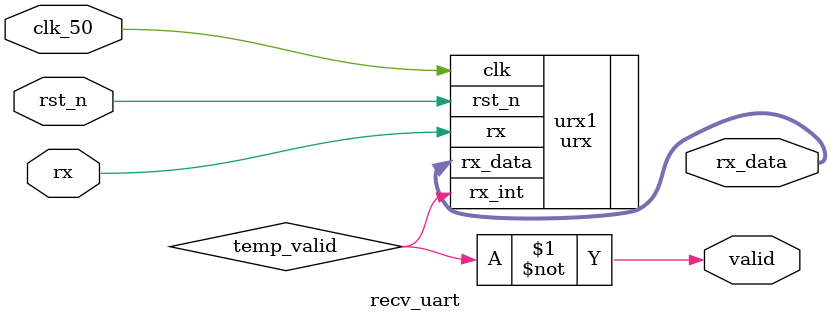
<source format=v>
`timescale 1ns / 1ps


module recv_uart(
input clk_50,   //50MHz
input rst_n,     //µÍµçÆ½¸´Î»
input rx,         //Á¬½Ó°å×Ó½ÓÊÕrxµÄIOÒý½Å
///////////////
output [7:0] rx_data,   //½ÓÊÕµ½µÄÊý¾Ý£¬»áÒ»Ö±±£´æÖ±µ½ÏÂ´ÎË¢ÐÂ
output valid   //ÉÏÉýÑØÓÐÐ§£¬³ÖÐøÊ±¼äÒ»¸ö50MHzµÄÊ±ÖÓ£¬±íÊ¾¸üÐÂÊý¾Ý¡£ //²Î¿¼µ÷ÓÃ·½Ê½:top.v,ÀûÓÃregµÄ×èÈûÊ½¸³Öµ£¬Á½ÐÐ´úÂëÔÚalways clkÄÚ¼ì²âÉÏÉýÑØ
    );
    
    wire temp_valid;
    assign valid = ~temp_valid;
    urx urx1(
    .clk(clk_50),
    .rst_n(rst_n),
    .rx(rx),
    .rx_data(rx_data),
    .rx_int(temp_valid)
    );
endmodule

</source>
